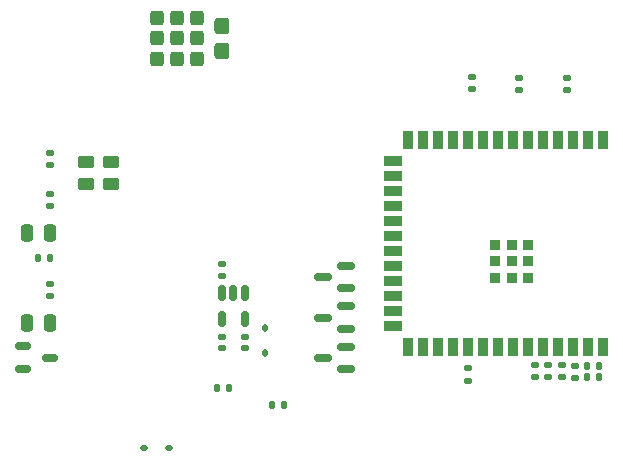
<source format=gbr>
%TF.GenerationSoftware,KiCad,Pcbnew,8.0.4*%
%TF.CreationDate,2024-08-25T16:24:29+03:00*%
%TF.ProjectId,OSSM-integrated-board,4f53534d-2d69-46e7-9465-677261746564,rev?*%
%TF.SameCoordinates,Original*%
%TF.FileFunction,Paste,Bot*%
%TF.FilePolarity,Positive*%
%FSLAX46Y46*%
G04 Gerber Fmt 4.6, Leading zero omitted, Abs format (unit mm)*
G04 Created by KiCad (PCBNEW 8.0.4) date 2024-08-25 16:24:29*
%MOMM*%
%LPD*%
G01*
G04 APERTURE LIST*
G04 Aperture macros list*
%AMRoundRect*
0 Rectangle with rounded corners*
0 $1 Rounding radius*
0 $2 $3 $4 $5 $6 $7 $8 $9 X,Y pos of 4 corners*
0 Add a 4 corners polygon primitive as box body*
4,1,4,$2,$3,$4,$5,$6,$7,$8,$9,$2,$3,0*
0 Add four circle primitives for the rounded corners*
1,1,$1+$1,$2,$3*
1,1,$1+$1,$4,$5*
1,1,$1+$1,$6,$7*
1,1,$1+$1,$8,$9*
0 Add four rect primitives between the rounded corners*
20,1,$1+$1,$2,$3,$4,$5,0*
20,1,$1+$1,$4,$5,$6,$7,0*
20,1,$1+$1,$6,$7,$8,$9,0*
20,1,$1+$1,$8,$9,$2,$3,0*%
G04 Aperture macros list end*
%ADD10RoundRect,0.135000X-0.135000X-0.185000X0.135000X-0.185000X0.135000X0.185000X-0.135000X0.185000X0*%
%ADD11RoundRect,0.140000X-0.170000X0.140000X-0.170000X-0.140000X0.170000X-0.140000X0.170000X0.140000X0*%
%ADD12RoundRect,0.135000X-0.185000X0.135000X-0.185000X-0.135000X0.185000X-0.135000X0.185000X0.135000X0*%
%ADD13RoundRect,0.150000X-0.512500X-0.150000X0.512500X-0.150000X0.512500X0.150000X-0.512500X0.150000X0*%
%ADD14RoundRect,0.250000X0.450000X-0.262500X0.450000X0.262500X-0.450000X0.262500X-0.450000X-0.262500X0*%
%ADD15RoundRect,0.250000X0.250000X0.475000X-0.250000X0.475000X-0.250000X-0.475000X0.250000X-0.475000X0*%
%ADD16RoundRect,0.140000X0.170000X-0.140000X0.170000X0.140000X-0.170000X0.140000X-0.170000X-0.140000X0*%
%ADD17RoundRect,0.135000X0.185000X-0.135000X0.185000X0.135000X-0.185000X0.135000X-0.185000X-0.135000X0*%
%ADD18RoundRect,0.140000X-0.140000X-0.170000X0.140000X-0.170000X0.140000X0.170000X-0.140000X0.170000X0*%
%ADD19RoundRect,0.150000X-0.150000X0.512500X-0.150000X-0.512500X0.150000X-0.512500X0.150000X0.512500X0*%
%ADD20RoundRect,0.112500X-0.112500X0.187500X-0.112500X-0.187500X0.112500X-0.187500X0.112500X0.187500X0*%
%ADD21RoundRect,0.300000X-0.300000X0.325000X-0.300000X-0.325000X0.300000X-0.325000X0.300000X0.325000X0*%
%ADD22RoundRect,0.317500X0.317500X-0.382500X0.317500X0.382500X-0.317500X0.382500X-0.317500X-0.382500X0*%
%ADD23RoundRect,0.150000X0.587500X0.150000X-0.587500X0.150000X-0.587500X-0.150000X0.587500X-0.150000X0*%
%ADD24RoundRect,0.135000X0.135000X0.185000X-0.135000X0.185000X-0.135000X-0.185000X0.135000X-0.185000X0*%
%ADD25RoundRect,0.250000X-0.250000X-0.475000X0.250000X-0.475000X0.250000X0.475000X-0.250000X0.475000X0*%
%ADD26RoundRect,0.250000X-0.450000X0.262500X-0.450000X-0.262500X0.450000X-0.262500X0.450000X0.262500X0*%
%ADD27R,0.900000X0.900000*%
%ADD28R,0.900000X1.500000*%
%ADD29R,1.500000X0.900000*%
%ADD30RoundRect,0.112500X0.187500X0.112500X-0.187500X0.112500X-0.187500X-0.112500X0.187500X-0.112500X0*%
G04 APERTURE END LIST*
D10*
%TO.C,R7*%
X114440000Y-124050000D03*
X115460000Y-124050000D03*
%TD*%
D11*
%TO.C,C4*%
X112100000Y-118232500D03*
X112100000Y-119192500D03*
%TD*%
D12*
%TO.C,R20*%
X95600000Y-106190000D03*
X95600000Y-107210000D03*
%TD*%
%TO.C,R21*%
X95600000Y-113752500D03*
X95600000Y-114772500D03*
%TD*%
%TO.C,R19*%
X95600000Y-102665000D03*
X95600000Y-103685000D03*
%TD*%
D11*
%TO.C,C23*%
X137750000Y-120670000D03*
X137750000Y-121630000D03*
%TD*%
D13*
%TO.C,D10*%
X93300000Y-120962500D03*
X93300000Y-119062500D03*
X95575000Y-120012500D03*
%TD*%
D12*
%TO.C,R17*%
X135350000Y-96340000D03*
X135350000Y-97360000D03*
%TD*%
D14*
%TO.C,R2*%
X100800000Y-105312500D03*
X100800000Y-103487500D03*
%TD*%
D15*
%TO.C,C14*%
X95600000Y-109462500D03*
X93700000Y-109462500D03*
%TD*%
D16*
%TO.C,C1*%
X110200000Y-113092500D03*
X110200000Y-112132500D03*
%TD*%
D17*
%TO.C,R29*%
X131350000Y-97310000D03*
X131350000Y-96290000D03*
%TD*%
D18*
%TO.C,C8*%
X141120000Y-121700000D03*
X142080000Y-121700000D03*
%TD*%
D12*
%TO.C,R12*%
X136700000Y-120640000D03*
X136700000Y-121660000D03*
%TD*%
D19*
%TO.C,U3*%
X110200000Y-114512500D03*
X111150000Y-114512500D03*
X112100000Y-114512500D03*
X112100000Y-116787500D03*
X110200000Y-116787500D03*
%TD*%
D20*
%TO.C,D2*%
X113850000Y-117500000D03*
X113850000Y-119600000D03*
%TD*%
D21*
%TO.C,D1*%
X104700000Y-94700000D03*
X106360000Y-94700000D03*
X108050000Y-94700000D03*
X104700000Y-93000000D03*
X106360000Y-93000000D03*
X108050000Y-93000000D03*
X104700000Y-91300000D03*
X106360000Y-91300000D03*
X108050000Y-91300000D03*
D22*
X110165000Y-94040000D03*
X110165000Y-91960000D03*
%TD*%
D12*
%TO.C,R27*%
X140050000Y-120690000D03*
X140050000Y-121710000D03*
%TD*%
%TO.C,R13*%
X131000000Y-120940000D03*
X131000000Y-121960000D03*
%TD*%
D23*
%TO.C,D6*%
X120637500Y-115687500D03*
X120637500Y-117587500D03*
X118762500Y-116637500D03*
%TD*%
D24*
%TO.C,R6*%
X110760000Y-122550000D03*
X109740000Y-122550000D03*
%TD*%
D23*
%TO.C,D5*%
X120637500Y-112250000D03*
X120637500Y-114150000D03*
X118762500Y-113200000D03*
%TD*%
D12*
%TO.C,R18*%
X139350000Y-96340000D03*
X139350000Y-97360000D03*
%TD*%
D25*
%TO.C,C15*%
X93700000Y-117062500D03*
X95600000Y-117062500D03*
%TD*%
D11*
%TO.C,C2*%
X110200000Y-118232500D03*
X110200000Y-119192500D03*
%TD*%
D24*
%TO.C,R22*%
X95610000Y-111562500D03*
X94590000Y-111562500D03*
%TD*%
D18*
%TO.C,C7*%
X141120000Y-120700000D03*
X142080000Y-120700000D03*
%TD*%
D11*
%TO.C,C22*%
X139000000Y-120670000D03*
X139000000Y-121630000D03*
%TD*%
D26*
%TO.C,R1*%
X98700000Y-103487500D03*
X98700000Y-105312500D03*
%TD*%
D27*
%TO.C,U1*%
X133290000Y-113250000D03*
X134690000Y-113250000D03*
X136090000Y-113250000D03*
X133290000Y-111850000D03*
X134690000Y-111850000D03*
X136090000Y-111850000D03*
X133290000Y-110450000D03*
X134690000Y-110450000D03*
X136090000Y-110450000D03*
D28*
X142410000Y-119100000D03*
X141140000Y-119100000D03*
X139870000Y-119100000D03*
X138600000Y-119100000D03*
X137330000Y-119100000D03*
X136060000Y-119100000D03*
X134790000Y-119100000D03*
X133520000Y-119100000D03*
X132250000Y-119100000D03*
X130980000Y-119100000D03*
X129710000Y-119100000D03*
X128440000Y-119100000D03*
X127170000Y-119100000D03*
X125900000Y-119100000D03*
D29*
X124650000Y-117335000D03*
X124650000Y-116065000D03*
X124650000Y-114795000D03*
X124650000Y-113525000D03*
X124650000Y-112255000D03*
X124650000Y-110985000D03*
X124650000Y-109715000D03*
X124650000Y-108445000D03*
X124650000Y-107175000D03*
X124650000Y-105905000D03*
X124650000Y-104635000D03*
X124650000Y-103365000D03*
D28*
X125900000Y-101600000D03*
X127170000Y-101600000D03*
X128440000Y-101600000D03*
X129710000Y-101600000D03*
X130980000Y-101600000D03*
X132250000Y-101600000D03*
X133520000Y-101600000D03*
X134790000Y-101600000D03*
X136060000Y-101600000D03*
X137330000Y-101600000D03*
X138600000Y-101600000D03*
X139870000Y-101600000D03*
X141140000Y-101600000D03*
X142410000Y-101600000D03*
%TD*%
D23*
%TO.C,D7*%
X120637500Y-119100000D03*
X120637500Y-121000000D03*
X118762500Y-120050000D03*
%TD*%
D30*
%TO.C,D3*%
X105700000Y-127700000D03*
X103600000Y-127700000D03*
%TD*%
M02*

</source>
